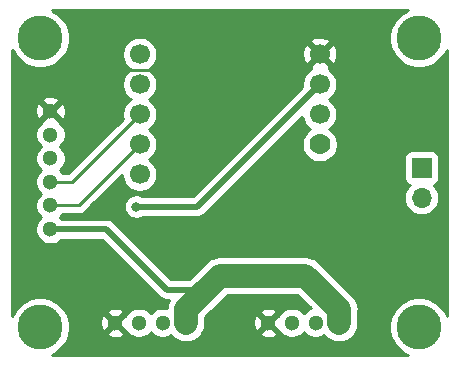
<source format=gtl>
G04 #@! TF.GenerationSoftware,KiCad,Pcbnew,(5.1.2)-1*
G04 #@! TF.CreationDate,2020-12-30T14:45:37+09:00*
G04 #@! TF.ProjectId,M5Atom_CAN,4d354174-6f6d-45f4-9341-4e2e6b696361,rev?*
G04 #@! TF.SameCoordinates,Original*
G04 #@! TF.FileFunction,Copper,L1,Top*
G04 #@! TF.FilePolarity,Positive*
%FSLAX46Y46*%
G04 Gerber Fmt 4.6, Leading zero omitted, Abs format (unit mm)*
G04 Created by KiCad (PCBNEW (5.1.2)-1) date 2020-12-30 14:45:37*
%MOMM*%
%LPD*%
G04 APERTURE LIST*
%ADD10C,1.300000*%
%ADD11R,1.300000X1.300000*%
%ADD12O,1.700000X1.700000*%
%ADD13R,1.700000X1.700000*%
%ADD14C,1.700000*%
%ADD15C,1.776200*%
%ADD16C,3.800000*%
%ADD17C,0.800000*%
%ADD18C,0.250000*%
%ADD19C,0.500000*%
%ADD20C,2.000000*%
%ADD21C,0.254000*%
G04 APERTURE END LIST*
D10*
X153385000Y-136334000D03*
X155385000Y-136334000D03*
X157385000Y-136334000D03*
D11*
X159385000Y-136334000D03*
D12*
X166370000Y-125755000D03*
D13*
X166370000Y-123215000D03*
D14*
X142494000Y-123762000D03*
X142494000Y-121222000D03*
X142494000Y-118682000D03*
X142494000Y-116142000D03*
X142494000Y-113602000D03*
X157734000Y-113602000D03*
X157734000Y-116142000D03*
X157734000Y-118682000D03*
D15*
X157734000Y-121222000D03*
D16*
X134064000Y-112220000D03*
X166164000Y-112220000D03*
X166164000Y-136700000D03*
X134064000Y-136700000D03*
D10*
X134938000Y-118397000D03*
X134938000Y-120397000D03*
X134938000Y-122397000D03*
X134938000Y-124397000D03*
X134938000Y-126397000D03*
X134938000Y-128397000D03*
X140431000Y-136334000D03*
X142431000Y-136334000D03*
X144431000Y-136334000D03*
D11*
X146431000Y-136334000D03*
D17*
X142194000Y-126499000D03*
D18*
X140431000Y-136334000D02*
X142781000Y-138684000D01*
X142781000Y-138684000D02*
X151035000Y-138684000D01*
X151035000Y-138684000D02*
X153385000Y-136334000D01*
X134938000Y-118397000D02*
X138368000Y-114967000D01*
X138368000Y-114967000D02*
X156369000Y-114967000D01*
X156369000Y-114967000D02*
X157734000Y-113602000D01*
D19*
X148098100Y-133516900D02*
X144773900Y-133516900D01*
X144773900Y-133516900D02*
X139654000Y-128397000D01*
D20*
X148098100Y-133516900D02*
X149281000Y-132334000D01*
X149281000Y-132334000D02*
X156535000Y-132334000D01*
X156535000Y-132334000D02*
X159385000Y-135184000D01*
X159385000Y-135184000D02*
X159385000Y-136334000D01*
X146431000Y-136334000D02*
X146431000Y-135184000D01*
X146431000Y-135184000D02*
X148098100Y-133516900D01*
D19*
X134938000Y-128397000D02*
X139654000Y-128397000D01*
D18*
X142494000Y-118682000D02*
X136779000Y-124397000D01*
X136779000Y-124397000D02*
X134938000Y-124397000D01*
X134938000Y-126397000D02*
X137319000Y-126397000D01*
X137319000Y-126397000D02*
X142494000Y-121222000D01*
D19*
X157734000Y-116142000D02*
X147377000Y-126499000D01*
X147377000Y-126499000D02*
X142194000Y-126499000D01*
D21*
G36*
X164963227Y-109973512D02*
G01*
X164548032Y-110250937D01*
X164194937Y-110604032D01*
X163917512Y-111019227D01*
X163726418Y-111480568D01*
X163629000Y-111970324D01*
X163629000Y-112469676D01*
X163726418Y-112959432D01*
X163917512Y-113420773D01*
X164194937Y-113835968D01*
X164548032Y-114189063D01*
X164963227Y-114466488D01*
X165424568Y-114657582D01*
X165914324Y-114755000D01*
X166413676Y-114755000D01*
X166903432Y-114657582D01*
X167364773Y-114466488D01*
X167779968Y-114189063D01*
X168133063Y-113835968D01*
X168410488Y-113420773D01*
X168504001Y-113195013D01*
X168504000Y-135724985D01*
X168410488Y-135499227D01*
X168133063Y-135084032D01*
X167779968Y-134730937D01*
X167364773Y-134453512D01*
X166903432Y-134262418D01*
X166413676Y-134165000D01*
X165914324Y-134165000D01*
X165424568Y-134262418D01*
X164963227Y-134453512D01*
X164548032Y-134730937D01*
X164194937Y-135084032D01*
X163917512Y-135499227D01*
X163726418Y-135960568D01*
X163629000Y-136450324D01*
X163629000Y-136949676D01*
X163726418Y-137439432D01*
X163917512Y-137900773D01*
X164194937Y-138315968D01*
X164548032Y-138669063D01*
X164963227Y-138946488D01*
X165188987Y-139040001D01*
X135039018Y-139039999D01*
X135264773Y-138946488D01*
X135679968Y-138669063D01*
X136033063Y-138315968D01*
X136310488Y-137900773D01*
X136501582Y-137439432D01*
X136545323Y-137219527D01*
X139725078Y-137219527D01*
X139778466Y-137448201D01*
X140008374Y-137554095D01*
X140254524Y-137613102D01*
X140507455Y-137622952D01*
X140757449Y-137583270D01*
X140994896Y-137495578D01*
X141083534Y-137448201D01*
X141136922Y-137219527D01*
X140431000Y-136513605D01*
X139725078Y-137219527D01*
X136545323Y-137219527D01*
X136599000Y-136949676D01*
X136599000Y-136450324D01*
X136591070Y-136410455D01*
X139142048Y-136410455D01*
X139181730Y-136660449D01*
X139269422Y-136897896D01*
X139316799Y-136986534D01*
X139545473Y-137039922D01*
X140251395Y-136334000D01*
X139545473Y-135628078D01*
X139316799Y-135681466D01*
X139210905Y-135911374D01*
X139151898Y-136157524D01*
X139142048Y-136410455D01*
X136591070Y-136410455D01*
X136501582Y-135960568D01*
X136310488Y-135499227D01*
X136276576Y-135448473D01*
X139725078Y-135448473D01*
X140431000Y-136154395D01*
X141136922Y-135448473D01*
X141083534Y-135219799D01*
X140853626Y-135113905D01*
X140607476Y-135054898D01*
X140354545Y-135045048D01*
X140104551Y-135084730D01*
X139867104Y-135172422D01*
X139778466Y-135219799D01*
X139725078Y-135448473D01*
X136276576Y-135448473D01*
X136033063Y-135084032D01*
X135679968Y-134730937D01*
X135264773Y-134453512D01*
X134803432Y-134262418D01*
X134313676Y-134165000D01*
X133814324Y-134165000D01*
X133324568Y-134262418D01*
X132863227Y-134453512D01*
X132448032Y-134730937D01*
X132094937Y-135084032D01*
X131817512Y-135499227D01*
X131724000Y-135724985D01*
X131724000Y-120270439D01*
X133653000Y-120270439D01*
X133653000Y-120523561D01*
X133702381Y-120771821D01*
X133799247Y-121005676D01*
X133939875Y-121216140D01*
X134118860Y-121395125D01*
X134121666Y-121397000D01*
X134118860Y-121398875D01*
X133939875Y-121577860D01*
X133799247Y-121788324D01*
X133702381Y-122022179D01*
X133653000Y-122270439D01*
X133653000Y-122523561D01*
X133702381Y-122771821D01*
X133799247Y-123005676D01*
X133939875Y-123216140D01*
X134118860Y-123395125D01*
X134121666Y-123397000D01*
X134118860Y-123398875D01*
X133939875Y-123577860D01*
X133799247Y-123788324D01*
X133702381Y-124022179D01*
X133653000Y-124270439D01*
X133653000Y-124523561D01*
X133702381Y-124771821D01*
X133799247Y-125005676D01*
X133939875Y-125216140D01*
X134118860Y-125395125D01*
X134121666Y-125397000D01*
X134118860Y-125398875D01*
X133939875Y-125577860D01*
X133799247Y-125788324D01*
X133702381Y-126022179D01*
X133653000Y-126270439D01*
X133653000Y-126523561D01*
X133702381Y-126771821D01*
X133799247Y-127005676D01*
X133939875Y-127216140D01*
X134118860Y-127395125D01*
X134121666Y-127397000D01*
X134118860Y-127398875D01*
X133939875Y-127577860D01*
X133799247Y-127788324D01*
X133702381Y-128022179D01*
X133653000Y-128270439D01*
X133653000Y-128523561D01*
X133702381Y-128771821D01*
X133799247Y-129005676D01*
X133939875Y-129216140D01*
X134118860Y-129395125D01*
X134329324Y-129535753D01*
X134563179Y-129632619D01*
X134811439Y-129682000D01*
X135064561Y-129682000D01*
X135312821Y-129632619D01*
X135546676Y-129535753D01*
X135757140Y-129395125D01*
X135870265Y-129282000D01*
X139287422Y-129282000D01*
X144117370Y-134111949D01*
X144145083Y-134145717D01*
X144178851Y-134173430D01*
X144178853Y-134173432D01*
X144250352Y-134232110D01*
X144279841Y-134256311D01*
X144433587Y-134338489D01*
X144600410Y-134389095D01*
X144730423Y-134401900D01*
X144730433Y-134401900D01*
X144773899Y-134406181D01*
X144817366Y-134401900D01*
X144995135Y-134401900D01*
X144913148Y-134555285D01*
X144819657Y-134863484D01*
X144796904Y-135094498D01*
X144796701Y-135096567D01*
X144557561Y-135049000D01*
X144304439Y-135049000D01*
X144056179Y-135098381D01*
X143822324Y-135195247D01*
X143611860Y-135335875D01*
X143432875Y-135514860D01*
X143431000Y-135517666D01*
X143429125Y-135514860D01*
X143250140Y-135335875D01*
X143039676Y-135195247D01*
X142805821Y-135098381D01*
X142557561Y-135049000D01*
X142304439Y-135049000D01*
X142056179Y-135098381D01*
X141822324Y-135195247D01*
X141611860Y-135335875D01*
X141432875Y-135514860D01*
X141351733Y-135636297D01*
X141316527Y-135628078D01*
X140610605Y-136334000D01*
X141316527Y-137039922D01*
X141351733Y-137031703D01*
X141432875Y-137153140D01*
X141611860Y-137332125D01*
X141822324Y-137472753D01*
X142056179Y-137569619D01*
X142304439Y-137619000D01*
X142557561Y-137619000D01*
X142805821Y-137569619D01*
X143039676Y-137472753D01*
X143250140Y-137332125D01*
X143429125Y-137153140D01*
X143431000Y-137150334D01*
X143432875Y-137153140D01*
X143611860Y-137332125D01*
X143822324Y-137472753D01*
X144056179Y-137569619D01*
X144304439Y-137619000D01*
X144557561Y-137619000D01*
X144805821Y-137569619D01*
X145039676Y-137472753D01*
X145175799Y-137381798D01*
X145269286Y-137495714D01*
X145518248Y-137700031D01*
X145802285Y-137851852D01*
X146110484Y-137945343D01*
X146431000Y-137976911D01*
X146751515Y-137945343D01*
X147059714Y-137851852D01*
X147343751Y-137700031D01*
X147592714Y-137495714D01*
X147797031Y-137246752D01*
X147811583Y-137219527D01*
X152679078Y-137219527D01*
X152732466Y-137448201D01*
X152962374Y-137554095D01*
X153208524Y-137613102D01*
X153461455Y-137622952D01*
X153711449Y-137583270D01*
X153948896Y-137495578D01*
X154037534Y-137448201D01*
X154090922Y-137219527D01*
X153385000Y-136513605D01*
X152679078Y-137219527D01*
X147811583Y-137219527D01*
X147948852Y-136962715D01*
X148042343Y-136654516D01*
X148066000Y-136414322D01*
X148066000Y-136410455D01*
X152096048Y-136410455D01*
X152135730Y-136660449D01*
X152223422Y-136897896D01*
X152270799Y-136986534D01*
X152499473Y-137039922D01*
X153205395Y-136334000D01*
X152499473Y-135628078D01*
X152270799Y-135681466D01*
X152164905Y-135911374D01*
X152105898Y-136157524D01*
X152096048Y-136410455D01*
X148066000Y-136410455D01*
X148066000Y-135861238D01*
X148478765Y-135448473D01*
X152679078Y-135448473D01*
X153385000Y-136154395D01*
X154090922Y-135448473D01*
X154037534Y-135219799D01*
X153807626Y-135113905D01*
X153561476Y-135054898D01*
X153308545Y-135045048D01*
X153058551Y-135084730D01*
X152821104Y-135172422D01*
X152732466Y-135219799D01*
X152679078Y-135448473D01*
X148478765Y-135448473D01*
X149311015Y-134616224D01*
X149311019Y-134616219D01*
X149958239Y-133969000D01*
X155857762Y-133969000D01*
X156993889Y-135105128D01*
X156776324Y-135195247D01*
X156565860Y-135335875D01*
X156386875Y-135514860D01*
X156385000Y-135517666D01*
X156383125Y-135514860D01*
X156204140Y-135335875D01*
X155993676Y-135195247D01*
X155759821Y-135098381D01*
X155511561Y-135049000D01*
X155258439Y-135049000D01*
X155010179Y-135098381D01*
X154776324Y-135195247D01*
X154565860Y-135335875D01*
X154386875Y-135514860D01*
X154305733Y-135636297D01*
X154270527Y-135628078D01*
X153564605Y-136334000D01*
X154270527Y-137039922D01*
X154305733Y-137031703D01*
X154386875Y-137153140D01*
X154565860Y-137332125D01*
X154776324Y-137472753D01*
X155010179Y-137569619D01*
X155258439Y-137619000D01*
X155511561Y-137619000D01*
X155759821Y-137569619D01*
X155993676Y-137472753D01*
X156204140Y-137332125D01*
X156383125Y-137153140D01*
X156385000Y-137150334D01*
X156386875Y-137153140D01*
X156565860Y-137332125D01*
X156776324Y-137472753D01*
X157010179Y-137569619D01*
X157258439Y-137619000D01*
X157511561Y-137619000D01*
X157759821Y-137569619D01*
X157993676Y-137472753D01*
X158129799Y-137381798D01*
X158223287Y-137495714D01*
X158472249Y-137700031D01*
X158756286Y-137851852D01*
X159064485Y-137945343D01*
X159385000Y-137976911D01*
X159705516Y-137945343D01*
X160013715Y-137851852D01*
X160297752Y-137700031D01*
X160546714Y-137495714D01*
X160751031Y-137246752D01*
X160902852Y-136962715D01*
X160996343Y-136654516D01*
X161020000Y-136414322D01*
X161020000Y-135264322D01*
X161027911Y-135184000D01*
X160996343Y-134863483D01*
X160902852Y-134555285D01*
X160820866Y-134401900D01*
X160751031Y-134271248D01*
X160546714Y-134022286D01*
X160484325Y-133971085D01*
X157747924Y-131234686D01*
X157696714Y-131172286D01*
X157447752Y-130967969D01*
X157163715Y-130816148D01*
X156855516Y-130722657D01*
X156615322Y-130699000D01*
X156615319Y-130699000D01*
X156535000Y-130691089D01*
X156454681Y-130699000D01*
X149361319Y-130699000D01*
X149280999Y-130691089D01*
X149200680Y-130699000D01*
X149200678Y-130699000D01*
X148960484Y-130722657D01*
X148652285Y-130816148D01*
X148368248Y-130967969D01*
X148119286Y-131172286D01*
X148068079Y-131234682D01*
X146998781Y-132303981D01*
X146998776Y-132303985D01*
X146670861Y-132631900D01*
X145140479Y-132631900D01*
X140310534Y-127801956D01*
X140282817Y-127768183D01*
X140148059Y-127657589D01*
X139994313Y-127575411D01*
X139827490Y-127524805D01*
X139697477Y-127512000D01*
X139697469Y-127512000D01*
X139654000Y-127507719D01*
X139610531Y-127512000D01*
X135870265Y-127512000D01*
X135757140Y-127398875D01*
X135754334Y-127397000D01*
X135757140Y-127395125D01*
X135936125Y-127216140D01*
X135975641Y-127157000D01*
X137281678Y-127157000D01*
X137319000Y-127160676D01*
X137356322Y-127157000D01*
X137356333Y-127157000D01*
X137467986Y-127146003D01*
X137611247Y-127102546D01*
X137743276Y-127031974D01*
X137859001Y-126937001D01*
X137882804Y-126907997D01*
X138393740Y-126397061D01*
X141159000Y-126397061D01*
X141159000Y-126600939D01*
X141198774Y-126800898D01*
X141276795Y-126989256D01*
X141390063Y-127158774D01*
X141534226Y-127302937D01*
X141703744Y-127416205D01*
X141892102Y-127494226D01*
X142092061Y-127534000D01*
X142295939Y-127534000D01*
X142495898Y-127494226D01*
X142684256Y-127416205D01*
X142732454Y-127384000D01*
X147333531Y-127384000D01*
X147377000Y-127388281D01*
X147420469Y-127384000D01*
X147420477Y-127384000D01*
X147550490Y-127371195D01*
X147717313Y-127320589D01*
X147871059Y-127238411D01*
X148005817Y-127127817D01*
X148033534Y-127094044D01*
X149372578Y-125755000D01*
X164877815Y-125755000D01*
X164906487Y-126046111D01*
X164991401Y-126326034D01*
X165129294Y-126584014D01*
X165314866Y-126810134D01*
X165540986Y-126995706D01*
X165798966Y-127133599D01*
X166078889Y-127218513D01*
X166297050Y-127240000D01*
X166442950Y-127240000D01*
X166661111Y-127218513D01*
X166941034Y-127133599D01*
X167199014Y-126995706D01*
X167425134Y-126810134D01*
X167610706Y-126584014D01*
X167748599Y-126326034D01*
X167833513Y-126046111D01*
X167862185Y-125755000D01*
X167833513Y-125463889D01*
X167748599Y-125183966D01*
X167610706Y-124925986D01*
X167425134Y-124699866D01*
X167395313Y-124675393D01*
X167464180Y-124654502D01*
X167574494Y-124595537D01*
X167671185Y-124516185D01*
X167750537Y-124419494D01*
X167809502Y-124309180D01*
X167845812Y-124189482D01*
X167858072Y-124065000D01*
X167858072Y-122365000D01*
X167845812Y-122240518D01*
X167809502Y-122120820D01*
X167750537Y-122010506D01*
X167671185Y-121913815D01*
X167574494Y-121834463D01*
X167464180Y-121775498D01*
X167344482Y-121739188D01*
X167220000Y-121726928D01*
X165520000Y-121726928D01*
X165395518Y-121739188D01*
X165275820Y-121775498D01*
X165165506Y-121834463D01*
X165068815Y-121913815D01*
X164989463Y-122010506D01*
X164930498Y-122120820D01*
X164894188Y-122240518D01*
X164881928Y-122365000D01*
X164881928Y-124065000D01*
X164894188Y-124189482D01*
X164930498Y-124309180D01*
X164989463Y-124419494D01*
X165068815Y-124516185D01*
X165165506Y-124595537D01*
X165275820Y-124654502D01*
X165344687Y-124675393D01*
X165314866Y-124699866D01*
X165129294Y-124925986D01*
X164991401Y-125183966D01*
X164906487Y-125463889D01*
X164877815Y-125755000D01*
X149372578Y-125755000D01*
X156257348Y-118870230D01*
X156306068Y-119115158D01*
X156418010Y-119385411D01*
X156580525Y-119628632D01*
X156787368Y-119835475D01*
X156927471Y-119929088D01*
X156763080Y-120038931D01*
X156550931Y-120251080D01*
X156384246Y-120500541D01*
X156269432Y-120777728D01*
X156210900Y-121071988D01*
X156210900Y-121372012D01*
X156269432Y-121666272D01*
X156384246Y-121943459D01*
X156550931Y-122192920D01*
X156763080Y-122405069D01*
X157012541Y-122571754D01*
X157289728Y-122686568D01*
X157583988Y-122745100D01*
X157884012Y-122745100D01*
X158178272Y-122686568D01*
X158455459Y-122571754D01*
X158704920Y-122405069D01*
X158917069Y-122192920D01*
X159083754Y-121943459D01*
X159198568Y-121666272D01*
X159257100Y-121372012D01*
X159257100Y-121071988D01*
X159198568Y-120777728D01*
X159083754Y-120500541D01*
X158917069Y-120251080D01*
X158704920Y-120038931D01*
X158540529Y-119929088D01*
X158680632Y-119835475D01*
X158887475Y-119628632D01*
X159049990Y-119385411D01*
X159161932Y-119115158D01*
X159219000Y-118828260D01*
X159219000Y-118535740D01*
X159161932Y-118248842D01*
X159049990Y-117978589D01*
X158887475Y-117735368D01*
X158680632Y-117528525D01*
X158506240Y-117412000D01*
X158680632Y-117295475D01*
X158887475Y-117088632D01*
X159049990Y-116845411D01*
X159161932Y-116575158D01*
X159219000Y-116288260D01*
X159219000Y-115995740D01*
X159161932Y-115708842D01*
X159049990Y-115438589D01*
X158887475Y-115195368D01*
X158680632Y-114988525D01*
X158507271Y-114872689D01*
X158582792Y-114630397D01*
X157734000Y-113781605D01*
X156885208Y-114630397D01*
X156960729Y-114872689D01*
X156787368Y-114988525D01*
X156580525Y-115195368D01*
X156418010Y-115438589D01*
X156306068Y-115708842D01*
X156249000Y-115995740D01*
X156249000Y-116288260D01*
X156263461Y-116360960D01*
X147010422Y-125614000D01*
X142732454Y-125614000D01*
X142684256Y-125581795D01*
X142495898Y-125503774D01*
X142295939Y-125464000D01*
X142092061Y-125464000D01*
X141892102Y-125503774D01*
X141703744Y-125581795D01*
X141534226Y-125695063D01*
X141390063Y-125839226D01*
X141276795Y-126008744D01*
X141198774Y-126197102D01*
X141159000Y-126397061D01*
X138393740Y-126397061D01*
X141009000Y-123781802D01*
X141009000Y-123908260D01*
X141066068Y-124195158D01*
X141178010Y-124465411D01*
X141340525Y-124708632D01*
X141547368Y-124915475D01*
X141790589Y-125077990D01*
X142060842Y-125189932D01*
X142347740Y-125247000D01*
X142640260Y-125247000D01*
X142927158Y-125189932D01*
X143197411Y-125077990D01*
X143440632Y-124915475D01*
X143647475Y-124708632D01*
X143809990Y-124465411D01*
X143921932Y-124195158D01*
X143979000Y-123908260D01*
X143979000Y-123615740D01*
X143921932Y-123328842D01*
X143809990Y-123058589D01*
X143647475Y-122815368D01*
X143440632Y-122608525D01*
X143266240Y-122492000D01*
X143440632Y-122375475D01*
X143647475Y-122168632D01*
X143809990Y-121925411D01*
X143921932Y-121655158D01*
X143979000Y-121368260D01*
X143979000Y-121075740D01*
X143921932Y-120788842D01*
X143809990Y-120518589D01*
X143647475Y-120275368D01*
X143440632Y-120068525D01*
X143266240Y-119952000D01*
X143440632Y-119835475D01*
X143647475Y-119628632D01*
X143809990Y-119385411D01*
X143921932Y-119115158D01*
X143979000Y-118828260D01*
X143979000Y-118535740D01*
X143921932Y-118248842D01*
X143809990Y-117978589D01*
X143647475Y-117735368D01*
X143440632Y-117528525D01*
X143266240Y-117412000D01*
X143440632Y-117295475D01*
X143647475Y-117088632D01*
X143809990Y-116845411D01*
X143921932Y-116575158D01*
X143979000Y-116288260D01*
X143979000Y-115995740D01*
X143921932Y-115708842D01*
X143809990Y-115438589D01*
X143647475Y-115195368D01*
X143440632Y-114988525D01*
X143266240Y-114872000D01*
X143440632Y-114755475D01*
X143647475Y-114548632D01*
X143809990Y-114305411D01*
X143921932Y-114035158D01*
X143979000Y-113748260D01*
X143979000Y-113670531D01*
X156243389Y-113670531D01*
X156285401Y-113960019D01*
X156383081Y-114235747D01*
X156456528Y-114373157D01*
X156705603Y-114450792D01*
X157554395Y-113602000D01*
X157913605Y-113602000D01*
X158762397Y-114450792D01*
X159011472Y-114373157D01*
X159137371Y-114109117D01*
X159209339Y-113825589D01*
X159224611Y-113533469D01*
X159182599Y-113243981D01*
X159084919Y-112968253D01*
X159011472Y-112830843D01*
X158762397Y-112753208D01*
X157913605Y-113602000D01*
X157554395Y-113602000D01*
X156705603Y-112753208D01*
X156456528Y-112830843D01*
X156330629Y-113094883D01*
X156258661Y-113378411D01*
X156243389Y-113670531D01*
X143979000Y-113670531D01*
X143979000Y-113455740D01*
X143921932Y-113168842D01*
X143809990Y-112898589D01*
X143647475Y-112655368D01*
X143565710Y-112573603D01*
X156885208Y-112573603D01*
X157734000Y-113422395D01*
X158582792Y-112573603D01*
X158505157Y-112324528D01*
X158241117Y-112198629D01*
X157957589Y-112126661D01*
X157665469Y-112111389D01*
X157375981Y-112153401D01*
X157100253Y-112251081D01*
X156962843Y-112324528D01*
X156885208Y-112573603D01*
X143565710Y-112573603D01*
X143440632Y-112448525D01*
X143197411Y-112286010D01*
X142927158Y-112174068D01*
X142640260Y-112117000D01*
X142347740Y-112117000D01*
X142060842Y-112174068D01*
X141790589Y-112286010D01*
X141547368Y-112448525D01*
X141340525Y-112655368D01*
X141178010Y-112898589D01*
X141066068Y-113168842D01*
X141009000Y-113455740D01*
X141009000Y-113748260D01*
X141066068Y-114035158D01*
X141178010Y-114305411D01*
X141340525Y-114548632D01*
X141547368Y-114755475D01*
X141721760Y-114872000D01*
X141547368Y-114988525D01*
X141340525Y-115195368D01*
X141178010Y-115438589D01*
X141066068Y-115708842D01*
X141009000Y-115995740D01*
X141009000Y-116288260D01*
X141066068Y-116575158D01*
X141178010Y-116845411D01*
X141340525Y-117088632D01*
X141547368Y-117295475D01*
X141721760Y-117412000D01*
X141547368Y-117528525D01*
X141340525Y-117735368D01*
X141178010Y-117978589D01*
X141066068Y-118248842D01*
X141009000Y-118535740D01*
X141009000Y-118828260D01*
X141052790Y-119048408D01*
X136464199Y-123637000D01*
X135975641Y-123637000D01*
X135936125Y-123577860D01*
X135757140Y-123398875D01*
X135754334Y-123397000D01*
X135757140Y-123395125D01*
X135936125Y-123216140D01*
X136076753Y-123005676D01*
X136173619Y-122771821D01*
X136223000Y-122523561D01*
X136223000Y-122270439D01*
X136173619Y-122022179D01*
X136076753Y-121788324D01*
X135936125Y-121577860D01*
X135757140Y-121398875D01*
X135754334Y-121397000D01*
X135757140Y-121395125D01*
X135936125Y-121216140D01*
X136076753Y-121005676D01*
X136173619Y-120771821D01*
X136223000Y-120523561D01*
X136223000Y-120270439D01*
X136173619Y-120022179D01*
X136076753Y-119788324D01*
X135936125Y-119577860D01*
X135757140Y-119398875D01*
X135635703Y-119317733D01*
X135643922Y-119282527D01*
X134938000Y-118576605D01*
X134232078Y-119282527D01*
X134240297Y-119317733D01*
X134118860Y-119398875D01*
X133939875Y-119577860D01*
X133799247Y-119788324D01*
X133702381Y-120022179D01*
X133653000Y-120270439D01*
X131724000Y-120270439D01*
X131724000Y-118473455D01*
X133649048Y-118473455D01*
X133688730Y-118723449D01*
X133776422Y-118960896D01*
X133823799Y-119049534D01*
X134052473Y-119102922D01*
X134758395Y-118397000D01*
X135117605Y-118397000D01*
X135823527Y-119102922D01*
X136052201Y-119049534D01*
X136158095Y-118819626D01*
X136217102Y-118573476D01*
X136226952Y-118320545D01*
X136187270Y-118070551D01*
X136099578Y-117833104D01*
X136052201Y-117744466D01*
X135823527Y-117691078D01*
X135117605Y-118397000D01*
X134758395Y-118397000D01*
X134052473Y-117691078D01*
X133823799Y-117744466D01*
X133717905Y-117974374D01*
X133658898Y-118220524D01*
X133649048Y-118473455D01*
X131724000Y-118473455D01*
X131724000Y-117511473D01*
X134232078Y-117511473D01*
X134938000Y-118217395D01*
X135643922Y-117511473D01*
X135590534Y-117282799D01*
X135360626Y-117176905D01*
X135114476Y-117117898D01*
X134861545Y-117108048D01*
X134611551Y-117147730D01*
X134374104Y-117235422D01*
X134285466Y-117282799D01*
X134232078Y-117511473D01*
X131724000Y-117511473D01*
X131724000Y-113195015D01*
X131817512Y-113420773D01*
X132094937Y-113835968D01*
X132448032Y-114189063D01*
X132863227Y-114466488D01*
X133324568Y-114657582D01*
X133814324Y-114755000D01*
X134313676Y-114755000D01*
X134803432Y-114657582D01*
X135264773Y-114466488D01*
X135679968Y-114189063D01*
X136033063Y-113835968D01*
X136310488Y-113420773D01*
X136501582Y-112959432D01*
X136599000Y-112469676D01*
X136599000Y-111970324D01*
X136501582Y-111480568D01*
X136310488Y-111019227D01*
X136033063Y-110604032D01*
X135679968Y-110250937D01*
X135264773Y-109973512D01*
X135039018Y-109880001D01*
X165188982Y-109880001D01*
X164963227Y-109973512D01*
X164963227Y-109973512D01*
G37*
X164963227Y-109973512D02*
X164548032Y-110250937D01*
X164194937Y-110604032D01*
X163917512Y-111019227D01*
X163726418Y-111480568D01*
X163629000Y-111970324D01*
X163629000Y-112469676D01*
X163726418Y-112959432D01*
X163917512Y-113420773D01*
X164194937Y-113835968D01*
X164548032Y-114189063D01*
X164963227Y-114466488D01*
X165424568Y-114657582D01*
X165914324Y-114755000D01*
X166413676Y-114755000D01*
X166903432Y-114657582D01*
X167364773Y-114466488D01*
X167779968Y-114189063D01*
X168133063Y-113835968D01*
X168410488Y-113420773D01*
X168504001Y-113195013D01*
X168504000Y-135724985D01*
X168410488Y-135499227D01*
X168133063Y-135084032D01*
X167779968Y-134730937D01*
X167364773Y-134453512D01*
X166903432Y-134262418D01*
X166413676Y-134165000D01*
X165914324Y-134165000D01*
X165424568Y-134262418D01*
X164963227Y-134453512D01*
X164548032Y-134730937D01*
X164194937Y-135084032D01*
X163917512Y-135499227D01*
X163726418Y-135960568D01*
X163629000Y-136450324D01*
X163629000Y-136949676D01*
X163726418Y-137439432D01*
X163917512Y-137900773D01*
X164194937Y-138315968D01*
X164548032Y-138669063D01*
X164963227Y-138946488D01*
X165188987Y-139040001D01*
X135039018Y-139039999D01*
X135264773Y-138946488D01*
X135679968Y-138669063D01*
X136033063Y-138315968D01*
X136310488Y-137900773D01*
X136501582Y-137439432D01*
X136545323Y-137219527D01*
X139725078Y-137219527D01*
X139778466Y-137448201D01*
X140008374Y-137554095D01*
X140254524Y-137613102D01*
X140507455Y-137622952D01*
X140757449Y-137583270D01*
X140994896Y-137495578D01*
X141083534Y-137448201D01*
X141136922Y-137219527D01*
X140431000Y-136513605D01*
X139725078Y-137219527D01*
X136545323Y-137219527D01*
X136599000Y-136949676D01*
X136599000Y-136450324D01*
X136591070Y-136410455D01*
X139142048Y-136410455D01*
X139181730Y-136660449D01*
X139269422Y-136897896D01*
X139316799Y-136986534D01*
X139545473Y-137039922D01*
X140251395Y-136334000D01*
X139545473Y-135628078D01*
X139316799Y-135681466D01*
X139210905Y-135911374D01*
X139151898Y-136157524D01*
X139142048Y-136410455D01*
X136591070Y-136410455D01*
X136501582Y-135960568D01*
X136310488Y-135499227D01*
X136276576Y-135448473D01*
X139725078Y-135448473D01*
X140431000Y-136154395D01*
X141136922Y-135448473D01*
X141083534Y-135219799D01*
X140853626Y-135113905D01*
X140607476Y-135054898D01*
X140354545Y-135045048D01*
X140104551Y-135084730D01*
X139867104Y-135172422D01*
X139778466Y-135219799D01*
X139725078Y-135448473D01*
X136276576Y-135448473D01*
X136033063Y-135084032D01*
X135679968Y-134730937D01*
X135264773Y-134453512D01*
X134803432Y-134262418D01*
X134313676Y-134165000D01*
X133814324Y-134165000D01*
X133324568Y-134262418D01*
X132863227Y-134453512D01*
X132448032Y-134730937D01*
X132094937Y-135084032D01*
X131817512Y-135499227D01*
X131724000Y-135724985D01*
X131724000Y-120270439D01*
X133653000Y-120270439D01*
X133653000Y-120523561D01*
X133702381Y-120771821D01*
X133799247Y-121005676D01*
X133939875Y-121216140D01*
X134118860Y-121395125D01*
X134121666Y-121397000D01*
X134118860Y-121398875D01*
X133939875Y-121577860D01*
X133799247Y-121788324D01*
X133702381Y-122022179D01*
X133653000Y-122270439D01*
X133653000Y-122523561D01*
X133702381Y-122771821D01*
X133799247Y-123005676D01*
X133939875Y-123216140D01*
X134118860Y-123395125D01*
X134121666Y-123397000D01*
X134118860Y-123398875D01*
X133939875Y-123577860D01*
X133799247Y-123788324D01*
X133702381Y-124022179D01*
X133653000Y-124270439D01*
X133653000Y-124523561D01*
X133702381Y-124771821D01*
X133799247Y-125005676D01*
X133939875Y-125216140D01*
X134118860Y-125395125D01*
X134121666Y-125397000D01*
X134118860Y-125398875D01*
X133939875Y-125577860D01*
X133799247Y-125788324D01*
X133702381Y-126022179D01*
X133653000Y-126270439D01*
X133653000Y-126523561D01*
X133702381Y-126771821D01*
X133799247Y-127005676D01*
X133939875Y-127216140D01*
X134118860Y-127395125D01*
X134121666Y-127397000D01*
X134118860Y-127398875D01*
X133939875Y-127577860D01*
X133799247Y-127788324D01*
X133702381Y-128022179D01*
X133653000Y-128270439D01*
X133653000Y-128523561D01*
X133702381Y-128771821D01*
X133799247Y-129005676D01*
X133939875Y-129216140D01*
X134118860Y-129395125D01*
X134329324Y-129535753D01*
X134563179Y-129632619D01*
X134811439Y-129682000D01*
X135064561Y-129682000D01*
X135312821Y-129632619D01*
X135546676Y-129535753D01*
X135757140Y-129395125D01*
X135870265Y-129282000D01*
X139287422Y-129282000D01*
X144117370Y-134111949D01*
X144145083Y-134145717D01*
X144178851Y-134173430D01*
X144178853Y-134173432D01*
X144250352Y-134232110D01*
X144279841Y-134256311D01*
X144433587Y-134338489D01*
X144600410Y-134389095D01*
X144730423Y-134401900D01*
X144730433Y-134401900D01*
X144773899Y-134406181D01*
X144817366Y-134401900D01*
X144995135Y-134401900D01*
X144913148Y-134555285D01*
X144819657Y-134863484D01*
X144796904Y-135094498D01*
X144796701Y-135096567D01*
X144557561Y-135049000D01*
X144304439Y-135049000D01*
X144056179Y-135098381D01*
X143822324Y-135195247D01*
X143611860Y-135335875D01*
X143432875Y-135514860D01*
X143431000Y-135517666D01*
X143429125Y-135514860D01*
X143250140Y-135335875D01*
X143039676Y-135195247D01*
X142805821Y-135098381D01*
X142557561Y-135049000D01*
X142304439Y-135049000D01*
X142056179Y-135098381D01*
X141822324Y-135195247D01*
X141611860Y-135335875D01*
X141432875Y-135514860D01*
X141351733Y-135636297D01*
X141316527Y-135628078D01*
X140610605Y-136334000D01*
X141316527Y-137039922D01*
X141351733Y-137031703D01*
X141432875Y-137153140D01*
X141611860Y-137332125D01*
X141822324Y-137472753D01*
X142056179Y-137569619D01*
X142304439Y-137619000D01*
X142557561Y-137619000D01*
X142805821Y-137569619D01*
X143039676Y-137472753D01*
X143250140Y-137332125D01*
X143429125Y-137153140D01*
X143431000Y-137150334D01*
X143432875Y-137153140D01*
X143611860Y-137332125D01*
X143822324Y-137472753D01*
X144056179Y-137569619D01*
X144304439Y-137619000D01*
X144557561Y-137619000D01*
X144805821Y-137569619D01*
X145039676Y-137472753D01*
X145175799Y-137381798D01*
X145269286Y-137495714D01*
X145518248Y-137700031D01*
X145802285Y-137851852D01*
X146110484Y-137945343D01*
X146431000Y-137976911D01*
X146751515Y-137945343D01*
X147059714Y-137851852D01*
X147343751Y-137700031D01*
X147592714Y-137495714D01*
X147797031Y-137246752D01*
X147811583Y-137219527D01*
X152679078Y-137219527D01*
X152732466Y-137448201D01*
X152962374Y-137554095D01*
X153208524Y-137613102D01*
X153461455Y-137622952D01*
X153711449Y-137583270D01*
X153948896Y-137495578D01*
X154037534Y-137448201D01*
X154090922Y-137219527D01*
X153385000Y-136513605D01*
X152679078Y-137219527D01*
X147811583Y-137219527D01*
X147948852Y-136962715D01*
X148042343Y-136654516D01*
X148066000Y-136414322D01*
X148066000Y-136410455D01*
X152096048Y-136410455D01*
X152135730Y-136660449D01*
X152223422Y-136897896D01*
X152270799Y-136986534D01*
X152499473Y-137039922D01*
X153205395Y-136334000D01*
X152499473Y-135628078D01*
X152270799Y-135681466D01*
X152164905Y-135911374D01*
X152105898Y-136157524D01*
X152096048Y-136410455D01*
X148066000Y-136410455D01*
X148066000Y-135861238D01*
X148478765Y-135448473D01*
X152679078Y-135448473D01*
X153385000Y-136154395D01*
X154090922Y-135448473D01*
X154037534Y-135219799D01*
X153807626Y-135113905D01*
X153561476Y-135054898D01*
X153308545Y-135045048D01*
X153058551Y-135084730D01*
X152821104Y-135172422D01*
X152732466Y-135219799D01*
X152679078Y-135448473D01*
X148478765Y-135448473D01*
X149311015Y-134616224D01*
X149311019Y-134616219D01*
X149958239Y-133969000D01*
X155857762Y-133969000D01*
X156993889Y-135105128D01*
X156776324Y-135195247D01*
X156565860Y-135335875D01*
X156386875Y-135514860D01*
X156385000Y-135517666D01*
X156383125Y-135514860D01*
X156204140Y-135335875D01*
X155993676Y-135195247D01*
X155759821Y-135098381D01*
X155511561Y-135049000D01*
X155258439Y-135049000D01*
X155010179Y-135098381D01*
X154776324Y-135195247D01*
X154565860Y-135335875D01*
X154386875Y-135514860D01*
X154305733Y-135636297D01*
X154270527Y-135628078D01*
X153564605Y-136334000D01*
X154270527Y-137039922D01*
X154305733Y-137031703D01*
X154386875Y-137153140D01*
X154565860Y-137332125D01*
X154776324Y-137472753D01*
X155010179Y-137569619D01*
X155258439Y-137619000D01*
X155511561Y-137619000D01*
X155759821Y-137569619D01*
X155993676Y-137472753D01*
X156204140Y-137332125D01*
X156383125Y-137153140D01*
X156385000Y-137150334D01*
X156386875Y-137153140D01*
X156565860Y-137332125D01*
X156776324Y-137472753D01*
X157010179Y-137569619D01*
X157258439Y-137619000D01*
X157511561Y-137619000D01*
X157759821Y-137569619D01*
X157993676Y-137472753D01*
X158129799Y-137381798D01*
X158223287Y-137495714D01*
X158472249Y-137700031D01*
X158756286Y-137851852D01*
X159064485Y-137945343D01*
X159385000Y-137976911D01*
X159705516Y-137945343D01*
X160013715Y-137851852D01*
X160297752Y-137700031D01*
X160546714Y-137495714D01*
X160751031Y-137246752D01*
X160902852Y-136962715D01*
X160996343Y-136654516D01*
X161020000Y-136414322D01*
X161020000Y-135264322D01*
X161027911Y-135184000D01*
X160996343Y-134863483D01*
X160902852Y-134555285D01*
X160820866Y-134401900D01*
X160751031Y-134271248D01*
X160546714Y-134022286D01*
X160484325Y-133971085D01*
X157747924Y-131234686D01*
X157696714Y-131172286D01*
X157447752Y-130967969D01*
X157163715Y-130816148D01*
X156855516Y-130722657D01*
X156615322Y-130699000D01*
X156615319Y-130699000D01*
X156535000Y-130691089D01*
X156454681Y-130699000D01*
X149361319Y-130699000D01*
X149280999Y-130691089D01*
X149200680Y-130699000D01*
X149200678Y-130699000D01*
X148960484Y-130722657D01*
X148652285Y-130816148D01*
X148368248Y-130967969D01*
X148119286Y-131172286D01*
X148068079Y-131234682D01*
X146998781Y-132303981D01*
X146998776Y-132303985D01*
X146670861Y-132631900D01*
X145140479Y-132631900D01*
X140310534Y-127801956D01*
X140282817Y-127768183D01*
X140148059Y-127657589D01*
X139994313Y-127575411D01*
X139827490Y-127524805D01*
X139697477Y-127512000D01*
X139697469Y-127512000D01*
X139654000Y-127507719D01*
X139610531Y-127512000D01*
X135870265Y-127512000D01*
X135757140Y-127398875D01*
X135754334Y-127397000D01*
X135757140Y-127395125D01*
X135936125Y-127216140D01*
X135975641Y-127157000D01*
X137281678Y-127157000D01*
X137319000Y-127160676D01*
X137356322Y-127157000D01*
X137356333Y-127157000D01*
X137467986Y-127146003D01*
X137611247Y-127102546D01*
X137743276Y-127031974D01*
X137859001Y-126937001D01*
X137882804Y-126907997D01*
X138393740Y-126397061D01*
X141159000Y-126397061D01*
X141159000Y-126600939D01*
X141198774Y-126800898D01*
X141276795Y-126989256D01*
X141390063Y-127158774D01*
X141534226Y-127302937D01*
X141703744Y-127416205D01*
X141892102Y-127494226D01*
X142092061Y-127534000D01*
X142295939Y-127534000D01*
X142495898Y-127494226D01*
X142684256Y-127416205D01*
X142732454Y-127384000D01*
X147333531Y-127384000D01*
X147377000Y-127388281D01*
X147420469Y-127384000D01*
X147420477Y-127384000D01*
X147550490Y-127371195D01*
X147717313Y-127320589D01*
X147871059Y-127238411D01*
X148005817Y-127127817D01*
X148033534Y-127094044D01*
X149372578Y-125755000D01*
X164877815Y-125755000D01*
X164906487Y-126046111D01*
X164991401Y-126326034D01*
X165129294Y-126584014D01*
X165314866Y-126810134D01*
X165540986Y-126995706D01*
X165798966Y-127133599D01*
X166078889Y-127218513D01*
X166297050Y-127240000D01*
X166442950Y-127240000D01*
X166661111Y-127218513D01*
X166941034Y-127133599D01*
X167199014Y-126995706D01*
X167425134Y-126810134D01*
X167610706Y-126584014D01*
X167748599Y-126326034D01*
X167833513Y-126046111D01*
X167862185Y-125755000D01*
X167833513Y-125463889D01*
X167748599Y-125183966D01*
X167610706Y-124925986D01*
X167425134Y-124699866D01*
X167395313Y-124675393D01*
X167464180Y-124654502D01*
X167574494Y-124595537D01*
X167671185Y-124516185D01*
X167750537Y-124419494D01*
X167809502Y-124309180D01*
X167845812Y-124189482D01*
X167858072Y-124065000D01*
X167858072Y-122365000D01*
X167845812Y-122240518D01*
X167809502Y-122120820D01*
X167750537Y-122010506D01*
X167671185Y-121913815D01*
X167574494Y-121834463D01*
X167464180Y-121775498D01*
X167344482Y-121739188D01*
X167220000Y-121726928D01*
X165520000Y-121726928D01*
X165395518Y-121739188D01*
X165275820Y-121775498D01*
X165165506Y-121834463D01*
X165068815Y-121913815D01*
X164989463Y-122010506D01*
X164930498Y-122120820D01*
X164894188Y-122240518D01*
X164881928Y-122365000D01*
X164881928Y-124065000D01*
X164894188Y-124189482D01*
X164930498Y-124309180D01*
X164989463Y-124419494D01*
X165068815Y-124516185D01*
X165165506Y-124595537D01*
X165275820Y-124654502D01*
X165344687Y-124675393D01*
X165314866Y-124699866D01*
X165129294Y-124925986D01*
X164991401Y-125183966D01*
X164906487Y-125463889D01*
X164877815Y-125755000D01*
X149372578Y-125755000D01*
X156257348Y-118870230D01*
X156306068Y-119115158D01*
X156418010Y-119385411D01*
X156580525Y-119628632D01*
X156787368Y-119835475D01*
X156927471Y-119929088D01*
X156763080Y-120038931D01*
X156550931Y-120251080D01*
X156384246Y-120500541D01*
X156269432Y-120777728D01*
X156210900Y-121071988D01*
X156210900Y-121372012D01*
X156269432Y-121666272D01*
X156384246Y-121943459D01*
X156550931Y-122192920D01*
X156763080Y-122405069D01*
X157012541Y-122571754D01*
X157289728Y-122686568D01*
X157583988Y-122745100D01*
X157884012Y-122745100D01*
X158178272Y-122686568D01*
X158455459Y-122571754D01*
X158704920Y-122405069D01*
X158917069Y-122192920D01*
X159083754Y-121943459D01*
X159198568Y-121666272D01*
X159257100Y-121372012D01*
X159257100Y-121071988D01*
X159198568Y-120777728D01*
X159083754Y-120500541D01*
X158917069Y-120251080D01*
X158704920Y-120038931D01*
X158540529Y-119929088D01*
X158680632Y-119835475D01*
X158887475Y-119628632D01*
X159049990Y-119385411D01*
X159161932Y-119115158D01*
X159219000Y-118828260D01*
X159219000Y-118535740D01*
X159161932Y-118248842D01*
X159049990Y-117978589D01*
X158887475Y-117735368D01*
X158680632Y-117528525D01*
X158506240Y-117412000D01*
X158680632Y-117295475D01*
X158887475Y-117088632D01*
X159049990Y-116845411D01*
X159161932Y-116575158D01*
X159219000Y-116288260D01*
X159219000Y-115995740D01*
X159161932Y-115708842D01*
X159049990Y-115438589D01*
X158887475Y-115195368D01*
X158680632Y-114988525D01*
X158507271Y-114872689D01*
X158582792Y-114630397D01*
X157734000Y-113781605D01*
X156885208Y-114630397D01*
X156960729Y-114872689D01*
X156787368Y-114988525D01*
X156580525Y-115195368D01*
X156418010Y-115438589D01*
X156306068Y-115708842D01*
X156249000Y-115995740D01*
X156249000Y-116288260D01*
X156263461Y-116360960D01*
X147010422Y-125614000D01*
X142732454Y-125614000D01*
X142684256Y-125581795D01*
X142495898Y-125503774D01*
X142295939Y-125464000D01*
X142092061Y-125464000D01*
X141892102Y-125503774D01*
X141703744Y-125581795D01*
X141534226Y-125695063D01*
X141390063Y-125839226D01*
X141276795Y-126008744D01*
X141198774Y-126197102D01*
X141159000Y-126397061D01*
X138393740Y-126397061D01*
X141009000Y-123781802D01*
X141009000Y-123908260D01*
X141066068Y-124195158D01*
X141178010Y-124465411D01*
X141340525Y-124708632D01*
X141547368Y-124915475D01*
X141790589Y-125077990D01*
X142060842Y-125189932D01*
X142347740Y-125247000D01*
X142640260Y-125247000D01*
X142927158Y-125189932D01*
X143197411Y-125077990D01*
X143440632Y-124915475D01*
X143647475Y-124708632D01*
X143809990Y-124465411D01*
X143921932Y-124195158D01*
X143979000Y-123908260D01*
X143979000Y-123615740D01*
X143921932Y-123328842D01*
X143809990Y-123058589D01*
X143647475Y-122815368D01*
X143440632Y-122608525D01*
X143266240Y-122492000D01*
X143440632Y-122375475D01*
X143647475Y-122168632D01*
X143809990Y-121925411D01*
X143921932Y-121655158D01*
X143979000Y-121368260D01*
X143979000Y-121075740D01*
X143921932Y-120788842D01*
X143809990Y-120518589D01*
X143647475Y-120275368D01*
X143440632Y-120068525D01*
X143266240Y-119952000D01*
X143440632Y-119835475D01*
X143647475Y-119628632D01*
X143809990Y-119385411D01*
X143921932Y-119115158D01*
X143979000Y-118828260D01*
X143979000Y-118535740D01*
X143921932Y-118248842D01*
X143809990Y-117978589D01*
X143647475Y-117735368D01*
X143440632Y-117528525D01*
X143266240Y-117412000D01*
X143440632Y-117295475D01*
X143647475Y-117088632D01*
X143809990Y-116845411D01*
X143921932Y-116575158D01*
X143979000Y-116288260D01*
X143979000Y-115995740D01*
X143921932Y-115708842D01*
X143809990Y-115438589D01*
X143647475Y-115195368D01*
X143440632Y-114988525D01*
X143266240Y-114872000D01*
X143440632Y-114755475D01*
X143647475Y-114548632D01*
X143809990Y-114305411D01*
X143921932Y-114035158D01*
X143979000Y-113748260D01*
X143979000Y-113670531D01*
X156243389Y-113670531D01*
X156285401Y-113960019D01*
X156383081Y-114235747D01*
X156456528Y-114373157D01*
X156705603Y-114450792D01*
X157554395Y-113602000D01*
X157913605Y-113602000D01*
X158762397Y-114450792D01*
X159011472Y-114373157D01*
X159137371Y-114109117D01*
X159209339Y-113825589D01*
X159224611Y-113533469D01*
X159182599Y-113243981D01*
X159084919Y-112968253D01*
X159011472Y-112830843D01*
X158762397Y-112753208D01*
X157913605Y-113602000D01*
X157554395Y-113602000D01*
X156705603Y-112753208D01*
X156456528Y-112830843D01*
X156330629Y-113094883D01*
X156258661Y-113378411D01*
X156243389Y-113670531D01*
X143979000Y-113670531D01*
X143979000Y-113455740D01*
X143921932Y-113168842D01*
X143809990Y-112898589D01*
X143647475Y-112655368D01*
X143565710Y-112573603D01*
X156885208Y-112573603D01*
X157734000Y-113422395D01*
X158582792Y-112573603D01*
X158505157Y-112324528D01*
X158241117Y-112198629D01*
X157957589Y-112126661D01*
X157665469Y-112111389D01*
X157375981Y-112153401D01*
X157100253Y-112251081D01*
X156962843Y-112324528D01*
X156885208Y-112573603D01*
X143565710Y-112573603D01*
X143440632Y-112448525D01*
X143197411Y-112286010D01*
X142927158Y-112174068D01*
X142640260Y-112117000D01*
X142347740Y-112117000D01*
X142060842Y-112174068D01*
X141790589Y-112286010D01*
X141547368Y-112448525D01*
X141340525Y-112655368D01*
X141178010Y-112898589D01*
X141066068Y-113168842D01*
X141009000Y-113455740D01*
X141009000Y-113748260D01*
X141066068Y-114035158D01*
X141178010Y-114305411D01*
X141340525Y-114548632D01*
X141547368Y-114755475D01*
X141721760Y-114872000D01*
X141547368Y-114988525D01*
X141340525Y-115195368D01*
X141178010Y-115438589D01*
X141066068Y-115708842D01*
X141009000Y-115995740D01*
X141009000Y-116288260D01*
X141066068Y-116575158D01*
X141178010Y-116845411D01*
X141340525Y-117088632D01*
X141547368Y-117295475D01*
X141721760Y-117412000D01*
X141547368Y-117528525D01*
X141340525Y-117735368D01*
X141178010Y-117978589D01*
X141066068Y-118248842D01*
X141009000Y-118535740D01*
X141009000Y-118828260D01*
X141052790Y-119048408D01*
X136464199Y-123637000D01*
X135975641Y-123637000D01*
X135936125Y-123577860D01*
X135757140Y-123398875D01*
X135754334Y-123397000D01*
X135757140Y-123395125D01*
X135936125Y-123216140D01*
X136076753Y-123005676D01*
X136173619Y-122771821D01*
X136223000Y-122523561D01*
X136223000Y-122270439D01*
X136173619Y-122022179D01*
X136076753Y-121788324D01*
X135936125Y-121577860D01*
X135757140Y-121398875D01*
X135754334Y-121397000D01*
X135757140Y-121395125D01*
X135936125Y-121216140D01*
X136076753Y-121005676D01*
X136173619Y-120771821D01*
X136223000Y-120523561D01*
X136223000Y-120270439D01*
X136173619Y-120022179D01*
X136076753Y-119788324D01*
X135936125Y-119577860D01*
X135757140Y-119398875D01*
X135635703Y-119317733D01*
X135643922Y-119282527D01*
X134938000Y-118576605D01*
X134232078Y-119282527D01*
X134240297Y-119317733D01*
X134118860Y-119398875D01*
X133939875Y-119577860D01*
X133799247Y-119788324D01*
X133702381Y-120022179D01*
X133653000Y-120270439D01*
X131724000Y-120270439D01*
X131724000Y-118473455D01*
X133649048Y-118473455D01*
X133688730Y-118723449D01*
X133776422Y-118960896D01*
X133823799Y-119049534D01*
X134052473Y-119102922D01*
X134758395Y-118397000D01*
X135117605Y-118397000D01*
X135823527Y-119102922D01*
X136052201Y-119049534D01*
X136158095Y-118819626D01*
X136217102Y-118573476D01*
X136226952Y-118320545D01*
X136187270Y-118070551D01*
X136099578Y-117833104D01*
X136052201Y-117744466D01*
X135823527Y-117691078D01*
X135117605Y-118397000D01*
X134758395Y-118397000D01*
X134052473Y-117691078D01*
X133823799Y-117744466D01*
X133717905Y-117974374D01*
X133658898Y-118220524D01*
X133649048Y-118473455D01*
X131724000Y-118473455D01*
X131724000Y-117511473D01*
X134232078Y-117511473D01*
X134938000Y-118217395D01*
X135643922Y-117511473D01*
X135590534Y-117282799D01*
X135360626Y-117176905D01*
X135114476Y-117117898D01*
X134861545Y-117108048D01*
X134611551Y-117147730D01*
X134374104Y-117235422D01*
X134285466Y-117282799D01*
X134232078Y-117511473D01*
X131724000Y-117511473D01*
X131724000Y-113195015D01*
X131817512Y-113420773D01*
X132094937Y-113835968D01*
X132448032Y-114189063D01*
X132863227Y-114466488D01*
X133324568Y-114657582D01*
X133814324Y-114755000D01*
X134313676Y-114755000D01*
X134803432Y-114657582D01*
X135264773Y-114466488D01*
X135679968Y-114189063D01*
X136033063Y-113835968D01*
X136310488Y-113420773D01*
X136501582Y-112959432D01*
X136599000Y-112469676D01*
X136599000Y-111970324D01*
X136501582Y-111480568D01*
X136310488Y-111019227D01*
X136033063Y-110604032D01*
X135679968Y-110250937D01*
X135264773Y-109973512D01*
X135039018Y-109880001D01*
X165188982Y-109880001D01*
X164963227Y-109973512D01*
M02*

</source>
